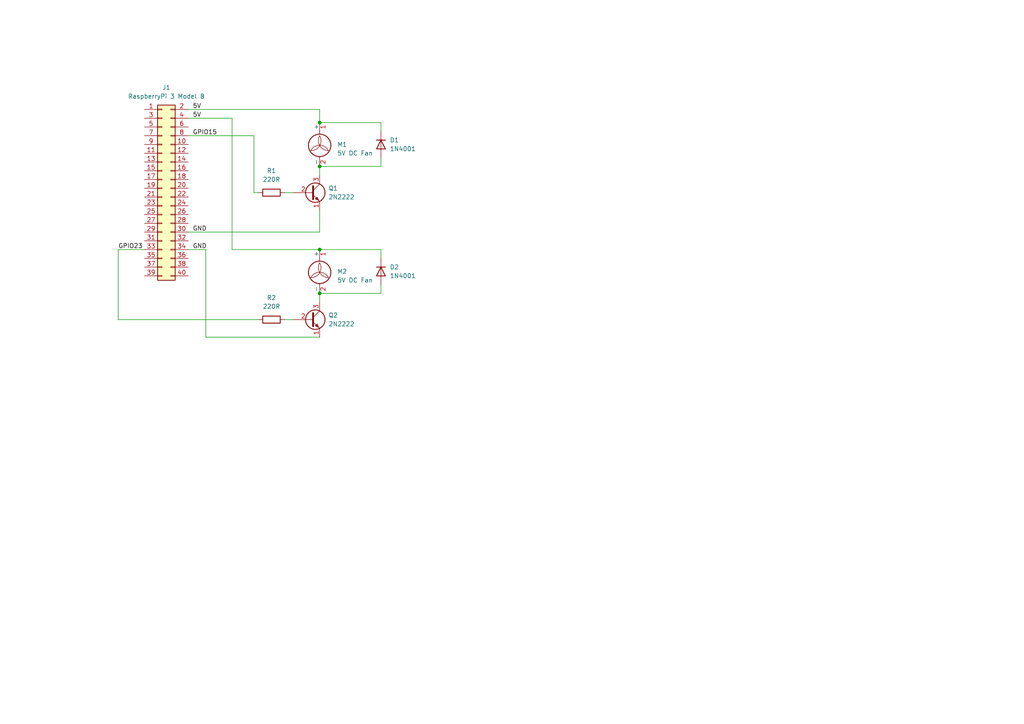
<source format=kicad_sch>
(kicad_sch (version 20231120) (generator "eeschema") (generator_version "8.0")
  (paper "A4")
  (lib_symbols
    (symbol "Connector_Generic:Conn_02x20_Odd_Even" (pin_names (offset 1.016) hide)
      (property "Reference" "J" (at 1.27 25.4 0))
      (property "Value" "Conn_02x20_Odd_Even" (at 1.27 -27.94 0))
      (symbol "Conn_02x20_Odd_Even_1_1"
        (rectangle (start -1.27 -25.273) (end 0 -25.527) (stroke (width 0.1524)))
        (rectangle (start -1.27 -22.733) (end 0 -22.987) (stroke (width 0.1524)))
        (rectangle (start -1.27 -20.193) (end 0 -20.447) (stroke (width 0.1524)))
        (rectangle (start -1.27 -17.653) (end 0 -17.907) (stroke (width 0.1524)))
        (rectangle (start -1.27 -15.113) (end 0 -15.367) (stroke (width 0.1524)))
        (rectangle (start -1.27 -12.573) (end 0 -12.827) (stroke (width 0.1524)))
        (rectangle (start -1.27 -10.033) (end 0 -10.287) (stroke (width 0.1524)))
        (rectangle (start -1.27 -7.493) (end 0 -7.747) (stroke (width 0.1524)))
        (rectangle (start -1.27 -4.953) (end 0 -5.207) (stroke (width 0.1524)))
        (rectangle (start -1.27 -2.413) (end 0 -2.667) (stroke (width 0.1524)))
        (rectangle (start -1.27 0.127) (end 0 -0.127) (stroke (width 0.1524)))
        (rectangle (start -1.27 2.667) (end 0 2.413) (stroke (width 0.1524)))
        (rectangle (start -1.27 5.207) (end 0 4.953) (stroke (width 0.1524)))
        (rectangle (start -1.27 7.747) (end 0 7.493) (stroke (width 0.1524)))
        (rectangle (start -1.27 10.287) (end 0 10.033) (stroke (width 0.1524)))
        (rectangle (start -1.27 12.827) (end 0 12.573) (stroke (width 0.1524)))
        (rectangle (start -1.27 15.367) (end 0 15.113) (stroke (width 0.1524)))
        (rectangle (start -1.27 17.907) (end 0 17.653) (stroke (width 0.1524)))
        (rectangle (start -1.27 20.447) (end 0 20.193) (stroke (width 0.1524)))
        (rectangle (start -1.27 22.987) (end 0 22.733) (stroke (width 0.1524)))
        (rectangle (start -1.27 24.13) (end 3.81 -26.67) (stroke (width 0.254)) (fill (type background)))
        (rectangle (start 3.81 -25.273) (end 2.54 -25.527) (stroke (width 0.1524)))
        (rectangle (start 3.81 -22.733) (end 2.54 -22.987) (stroke (width 0.1524)))
        (rectangle (start 3.81 -20.193) (end 2.54 -20.447) (stroke (width 0.1524)))
        (rectangle (start 3.81 -17.653) (end 2.54 -17.907) (stroke (width 0.1524)))
        (rectangle (start 3.81 -15.113) (end 2.54 -15.367) (stroke (width 0.1524)))
        (rectangle (start 3.81 -12.573) (end 2.54 -12.827) (stroke (width 0.1524)))
        (rectangle (start 3.81 -10.033) (end 2.54 -10.287) (stroke (width 0.1524)))
        (rectangle (start 3.81 -7.493) (end 2.54 -7.747) (stroke (width 0.1524)))
        (rectangle (start 3.81 -4.953) (end 2.54 -5.207) (stroke (width 0.1524)))
        (rectangle (start 3.81 -2.413) (end 2.54 -2.667) (stroke (width 0.1524)))
        (rectangle (start 3.81 0.127) (end 2.54 -0.127) (stroke (width 0.1524)))
        (rectangle (start 3.81 2.667) (end 2.54 2.413) (stroke (width 0.1524)))
        (rectangle (start 3.81 5.207) (end 2.54 4.953) (stroke (width 0.1524)))
        (rectangle (start 3.81 7.747) (end 2.54 7.493) (stroke (width 0.1524)))
        (rectangle (start 3.81 10.287) (end 2.54 10.033) (stroke (width 0.1524)))
        (rectangle (start 3.81 12.827) (end 2.54 12.573) (stroke (width 0.1524)))
        (rectangle (start 3.81 15.367) (end 2.54 15.113) (stroke (width 0.1524)))
        (rectangle (start 3.81 17.907) (end 2.54 17.653) (stroke (width 0.1524)))
        (rectangle (start 3.81 20.447) (end 2.54 20.193) (stroke (width 0.1524)))
        (rectangle (start 3.81 22.987) (end 2.54 22.733) (stroke (width 0.1524)))
        (pin passive line (at -5.08 22.86 0) (length 3.81) (name "Pin_1") (number "1"))
        (pin passive line (at 7.62 12.7 180) (length 3.81) (name "Pin_10") (number "10"))
        (pin passive line (at -5.08 10.16 0) (length 3.81) (name "Pin_11") (number "11"))
        (pin passive line (at 7.62 10.16 180) (length 3.81) (name "Pin_12") (number "12"))
        (pin passive line (at -5.08 7.62 0) (length 3.81) (name "Pin_13") (number "13"))
        (pin passive line (at 7.62 7.62 180) (length 3.81) (name "Pin_14") (number "14"))
        (pin passive line (at -5.08 5.08 0) (length 3.81) (name "Pin_15") (number "15"))
        (pin passive line (at 7.62 5.08 180) (length 3.81) (name "Pin_16") (number "16"))
        (pin passive line (at -5.08 2.54 0) (length 3.81) (name "Pin_17") (number "17"))
        (pin passive line (at 7.62 2.54 180) (length 3.81) (name "Pin_18") (number "18"))
        (pin passive line (at -5.08 0 0) (length 3.81) (name "Pin_19") (number "19"))
        (pin passive line (at 7.62 22.86 180) (length 3.81) (name "Pin_2") (number "2"))
        (pin passive line (at 7.62 0 180) (length 3.81) (name "Pin_20") (number "20"))
        (pin passive line (at -5.08 -2.54 0) (length 3.81) (name "Pin_21") (number "21"))
        (pin passive line (at 7.62 -2.54 180) (length 3.81) (name "Pin_22") (number "22"))
        (pin passive line (at -5.08 -5.08 0) (length 3.81) (name "Pin_23") (number "23"))
        (pin passive line (at 7.62 -5.08 180) (length 3.81) (name "Pin_24") (number "24"))
        (pin passive line (at -5.08 -7.62 0) (length 3.81) (name "Pin_25") (number "25"))
        (pin passive line (at 7.62 -7.62 180) (length 3.81) (name "Pin_26") (number "26"))
        (pin passive line (at -5.08 -10.16 0) (length 3.81) (name "Pin_27") (number "27"))
        (pin passive line (at 7.62 -10.16 180) (length 3.81) (name "Pin_28") (number "28"))
        (pin passive line (at -5.08 -12.7 0) (length 3.81) (name "Pin_29") (number "29"))
        (pin passive line (at -5.08 20.32 0) (length 3.81) (name "Pin_3") (number "3"))
        (pin passive line (at 7.62 -12.7 180) (length 3.81) (name "Pin_30") (number "30"))
        (pin passive line (at -5.08 -15.24 0) (length 3.81) (name "Pin_31") (number "31"))
        (pin passive line (at 7.62 -15.24 180) (length 3.81) (name "Pin_32") (number "32"))
        (pin passive line (at -5.08 -17.78 0) (length 3.81) (name "Pin_33") (number "33"))
        (pin passive line (at 7.62 -17.78 180) (length 3.81) (name "Pin_34") (number "34"))
        (pin passive line (at -5.08 -20.32 0) (length 3.81) (name "Pin_35") (number "35"))
        (pin passive line (at 7.62 -20.32 180) (length 3.81) (name "Pin_36") (number "36"))
        (pin passive line (at -5.08 -22.86 0) (length 3.81) (name "Pin_37") (number "37"))
        (pin passive line (at 7.62 -22.86 180) (length 3.81) (name "Pin_38") (number "38"))
        (pin passive line (at -5.08 -25.4 0) (length 3.81) (name "Pin_39") (number "39"))
        (pin passive line (at 7.62 20.32 180) (length 3.81) (name "Pin_4") (number "4"))
        (pin passive line (at 7.62 -25.4 180) (length 3.81) (name "Pin_40") (number "40"))
        (pin passive line (at -5.08 17.78 0) (length 3.81) (name "Pin_5") (number "5"))
        (pin passive line (at 7.62 17.78 180) (length 3.81) (name "Pin_6") (number "6"))
        (pin passive line (at -5.08 15.24 0) (length 3.81) (name "Pin_7") (number "7"))
        (pin passive line (at 7.62 15.24 180) (length 3.81) (name "Pin_8") (number "8"))
        (pin passive line (at -5.08 12.7 0) (length 3.81) (name "Pin_9") (number "9"))
      )
    )
    (symbol "Device:R" (pin_numbers hide) (pin_names (offset 0))
      (property "Reference" "R" (at 2.032 0 90))
      (property "Value" "R" (at 0 0 90))
      (symbol "R_0_1"
        (rectangle (start -1.016 -2.54) (end 1.016 2.54) (stroke (width 0.254)))
      )
      (symbol "R_1_1"
        (pin passive line (at 0 3.81 270) (length 1.27) (name "~") (number "1"))
        (pin passive line (at 0 -3.81 90) (length 1.27) (name "~") (number "2"))
      )
    )
    (symbol "Diode:STBR6012WY" (pin_numbers hide) (pin_names hide)
      (property "Reference" "D" (at 0 5.08 0))
      (property "Value" "STBR6012WY" (at 0 2.54 0))
      (symbol "STBR6012WY_0_1"
        (polyline (pts (xy -1.27 1.27) (xy -1.27 -1.27)) (stroke (width 0.254)))
        (polyline (pts (xy 1.27 0) (xy -1.27 0)))
        (polyline (pts (xy 1.27 1.27) (xy 1.27 -1.27) (xy -1.27 0) (xy 1.27 1.27)) (stroke (width 0.254)))
      )
      (symbol "STBR6012WY_1_1"
        (pin passive line (at -3.81 0 0) (length 2.54) (name "K") (number "1"))
        (pin passive line (at 3.81 0 180) (length 2.54) (name "A") (number "2"))
      )
    )
    (symbol "Motor:Fan" (pin_names (offset 0))
      (property "Reference" "M" (at 2.54 5.08 0))
      (property "Value" "Fan" (at 2.54 -2.54 0))
      (symbol "Fan_0_1"
        (arc (start -2.54 -0.508) (mid 0.0028 0.9121) (end 0 3.81))
        (polyline (pts (xy 0 -5.08) (xy 0 -4.572)))
        (polyline (pts (xy 0 -2.2352) (xy 0 -2.6416)))
        (polyline (pts (xy 0 4.2672) (xy 0 4.6228)))
        (polyline (pts (xy 0 4.572) (xy 0 5.08)))
        (circle (center 0 1.016) (radius 3.2512) (stroke (width 0.254)))
        (arc (start 0 3.81) (mid 0.053 0.921) (end 2.54 -0.508))
        (arc (start 2.54 -0.508) (mid 0 1.0618) (end -2.54 -0.508))
      )
      (symbol "Fan_1_1"
        (pin passive line (at 0 7.62 270) (length 2.54) (name "+") (number "1"))
        (pin passive line (at 0 -5.08 90) (length 2.54) (name "-") (number "2"))
      )
    )
    (symbol "Transistor_BJT:2N2219" (pin_names (offset 0) hide)
      (property "Reference" "Q" (at 5.08 1.905 0))
      (property "Value" "2N2219" (at 5.08 0 0))
      (symbol "2N2219_0_1"
        (polyline (pts (xy 0.635 0.635) (xy 2.54 2.54)))
        (polyline (pts (xy 0.635 -0.635) (xy 2.54 -2.54) (xy 2.54 -2.54)))
        (polyline (pts (xy 0.635 1.905) (xy 0.635 -1.905) (xy 0.635 -1.905)) (stroke (width 0.508)))
        (polyline (pts (xy 1.27 -1.778) (xy 1.778 -1.27) (xy 2.286 -2.286) (xy 1.27 -1.778) (xy 1.27 -1.778)) (fill (type outline)))
        (circle (center 1.27 0) (radius 2.8194) (stroke (width 0.254)))
      )
      (symbol "2N2219_1_1"
        (pin passive line (at 2.54 -5.08 90) (length 2.54) (name "E") (number "1"))
        (pin passive line (at -5.08 0 0) (length 5.715) (name "B") (number "2"))
        (pin passive line (at 2.54 5.08 270) (length 2.54) (name "C") (number "3"))
      )
    )
  )
  (junction (at 92.71 72.39))
  (junction (at 92.71 85.09))
  (junction (at 92.71 35.56))
  (junction (at 92.71 48.26))
  (wire (pts (xy 59.69 97.79) (xy 92.71 97.79)))
  (wire (pts (xy 67.31 34.29) (xy 67.31 72.39)))
  (wire (pts (xy 92.71 48.26) (xy 92.71 50.8)))
  (wire (pts (xy 92.71 85.09) (xy 92.71 87.63)))
  (wire (pts (xy 92.71 67.31) (xy 92.71 60.96)))
  (wire (pts (xy 92.71 31.75) (xy 92.71 35.56)))
  (wire (pts (xy 73.66 39.37) (xy 73.66 55.88)))
  (wire (pts (xy 34.29 72.39) (xy 34.29 92.71)))
  (wire (pts (xy 92.71 72.39) (xy 110.49 72.39)))
  (wire (pts (xy 54.61 34.29) (xy 67.31 34.29)))
  (wire (pts (xy 110.49 82.55) (xy 110.49 85.09)))
  (wire (pts (xy 110.49 38.1) (xy 110.49 35.56)))
  (wire (pts (xy 34.29 72.39) (xy 41.91 72.39)))
  (wire (pts (xy 73.66 55.88) (xy 74.93 55.88)))
  (wire (pts (xy 67.31 72.39) (xy 92.71 72.39)))
  (wire (pts (xy 54.61 72.39) (xy 59.69 72.39)))
  (wire (pts (xy 92.71 35.56) (xy 110.49 35.56)))
  (wire (pts (xy 110.49 48.26) (xy 92.71 48.26)))
  (wire (pts (xy 110.49 72.39) (xy 110.49 74.93)))
  (wire (pts (xy 54.61 67.31) (xy 92.71 67.31)))
  (wire (pts (xy 34.29 92.71) (xy 74.93 92.71)))
  (wire (pts (xy 54.61 31.75) (xy 92.71 31.75)))
  (wire (pts (xy 110.49 85.09) (xy 92.71 85.09)))
  (wire (pts (xy 110.49 45.72) (xy 110.49 48.26)))
  (wire (pts (xy 82.55 55.88) (xy 85.09 55.88)))
  (wire (pts (xy 59.69 72.39) (xy 59.69 97.79)))
  (wire (pts (xy 54.61 39.37) (xy 73.66 39.37)))
  (wire (pts (xy 82.55 92.71) (xy 85.09 92.71)))
  (label "5V" (at 55.88 34.29 0))
  (label "GND" (at 55.88 67.31 0))
  (label "GND" (at 55.88 72.39 0))
  (label "GPIO23" (at 34.29 72.39 0))
  (label "5V" (at 55.88 31.75 0))
  (label "GPIO15" (at 55.88 39.37 0))
  (symbol (lib_id "Device:R") (at 78.74 92.71 90) (unit 1)
    (property "Reference" "R2" (at 78.74 86.36 90))
    (property "Value" "220R" (at 78.74 88.9 90))
    (property "Description" "Resistor" (effects (hide yes)))
  )
  (symbol (lib_id "Transistor_BJT:2N2219") (at 90.17 92.71 0) (unit 1)
    (property "Reference" "Q2" (at 95.25 91.4399 0) (effects (justify left)))
    (property "Value" "2N2222" (at 95.25 93.9799 0) (effects (justify left)))
    (property "Footprint" "Package_TO_SOT_THT:TO-39-3" (effects (hide yes)))
    (property "Datasheet" "http://www.onsemi.com/pub_link/Collateral/2N2219-D.PDF" (effects (hide yes)))
    (property "Description" "800mA Ic, 50V Vce, NPN Transistor, TO-39" (effects (hide yes)))
  )
  (symbol (lib_id "Device:R") (at 78.74 55.88 90) (unit 1)
    (property "Reference" "R1" (at 78.74 49.53 90))
    (property "Value" "220R" (at 78.74 52.07 90))
    (property "Description" "Resistor" (effects (hide yes)))
  )
  (symbol (lib_id "Diode:STBR6012WY") (at 110.49 78.74 270) (unit 1)
    (property "Reference" "D2" (at 113.03 77.4699 90) (effects (justify left)))
    (property "Value" "1N4001" (at 113.03 80.0099 90) (effects (justify left)))
    (property "Footprint" "Diode_THT:D_DO-247_Vertical" (effects (hide yes)))
    (property "Datasheet" "https://www.st.com/resource/en/datasheet/stbr6012-y.pdf" (effects (hide yes)))
    (property "Description" "1200V, 60A, General Purpose Rectifier Diode, DO-247" (effects (hide yes)))
    (property "Sim.Device" "D" (effects (hide yes)))
    (property "Sim.Pins" "1=K 2=A" (effects (hide yes)))
  )
  (symbol (lib_id "Diode:STBR6012WY") (at 110.49 41.91 270) (unit 1)
    (property "Reference" "D1" (at 113.03 40.6399 90) (effects (justify left)))
    (property "Value" "1N4001" (at 113.03 43.1799 90) (effects (justify left)))
    (property "Footprint" "Diode_THT:D_DO-247_Vertical" (effects (hide yes)))
    (property "Datasheet" "https://www.st.com/resource/en/datasheet/stbr6012-y.pdf" (effects (hide yes)))
    (property "Description" "1200V, 60A, General Purpose Rectifier Diode, DO-247" (effects (hide yes)))
    (property "Sim.Device" "D" (effects (hide yes)))
    (property "Sim.Pins" "1=K 2=A" (effects (hide yes)))
  )
  (symbol (lib_id "Motor:Fan") (at 92.71 43.18 0) (unit 1)
    (property "Reference" "M1" (at 97.79 41.9099 0) (effects (justify left)))
    (property "Value" "5V DC Fan" (at 97.79 44.4499 0) (effects (justify left)))
    (property "Description" "Fan" (effects (hide yes)))
  )
  (symbol (lib_id "Transistor_BJT:2N2219") (at 90.17 55.88 0) (unit 1)
    (property "Reference" "Q1" (at 95.25 54.6099 0) (effects (justify left)))
    (property "Value" "2N2222" (at 95.25 57.1499 0) (effects (justify left)))
    (property "Footprint" "Package_TO_SOT_THT:TO-39-3" (effects (hide yes)))
    (property "Datasheet" "http://www.onsemi.com/pub_link/Collateral/2N2219-D.PDF" (effects (hide yes)))
    (property "Description" "800mA Ic, 50V Vce, NPN Transistor, TO-39" (effects (hide yes)))
  )
  (symbol (lib_id "Connector_Generic:Conn_02x20_Odd_Even") (at 46.99 54.61 0) (unit 1)
    (property "Reference" "J1" (at 48.26 25.4 0))
    (property "Value" "RaspberryPi 3 Model B" (at 48.26 27.94 0))
    (property "Footprint" "Connector_PinHeader_2.54mm:PinHeader_2x20_P2.54mm_Vertical" (effects (hide yes)))
    (property "Description" "Generic connector, double row, 02x20, odd/even pin numbering scheme (row 1 odd numbers, row 2 even numbers), script generated (kicad-library-utils/schlib/autogen/connector/)" (effects (hide yes)))
  )
  (symbol (lib_id "Motor:Fan") (at 92.71 80.01 0) (unit 1)
    (property "Reference" "M2" (at 97.79 78.7399 0) (effects (justify left)))
    (property "Value" "5V DC Fan" (at 97.79 81.2799 0) (effects (justify left)))
    (property "Description" "Fan" (effects (hide yes)))
  )
)
</source>
